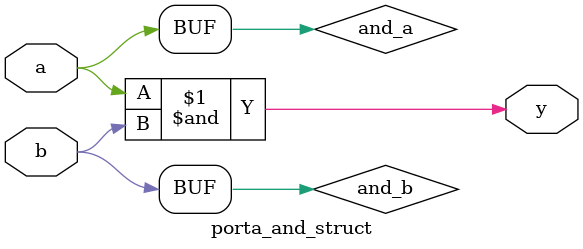
<source format=v>
module porta_and_struct(a, b, y);
  input a, b;
  output y;
  wire and_a, and_b;

  and U1 (and_a, a); 
  and U2 (and_b, b);
  and U3 (y, and_a, and_b);
  
endmodule
</source>
